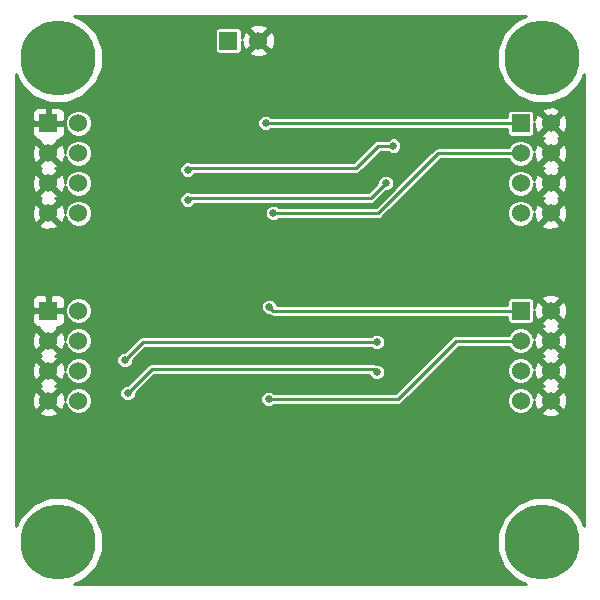
<source format=gbl>
G04 (created by PCBNEW (2013-04-19 BZR 4011)-stable) date 05/01/2015 14:14:49*
%MOIN*%
G04 Gerber Fmt 3.4, Leading zero omitted, Abs format*
%FSLAX34Y34*%
G01*
G70*
G90*
G04 APERTURE LIST*
%ADD10C,0*%
%ADD11C,0.25*%
%ADD12R,0.06X0.06*%
%ADD13C,0.06*%
%ADD14C,0.025*%
%ADD15C,0.01*%
G04 APERTURE END LIST*
G54D10*
G54D11*
X1574Y-1574D03*
X17716Y-1574D03*
X1574Y-17716D03*
X17716Y-17716D03*
G54D12*
X1250Y-3750D03*
G54D13*
X2250Y-3750D03*
X1250Y-4750D03*
X2250Y-4750D03*
X1250Y-5750D03*
X2250Y-5750D03*
X1250Y-6750D03*
X2250Y-6750D03*
G54D12*
X17000Y-3750D03*
G54D13*
X18000Y-3750D03*
X17000Y-4750D03*
X18000Y-4750D03*
X17000Y-5750D03*
X18000Y-5750D03*
X17000Y-6750D03*
X18000Y-6750D03*
G54D12*
X7250Y-1000D03*
G54D13*
X8250Y-1000D03*
G54D12*
X1250Y-10000D03*
G54D13*
X2250Y-10000D03*
X1250Y-11000D03*
X2250Y-11000D03*
X1250Y-12000D03*
X2250Y-12000D03*
X1250Y-13000D03*
X2250Y-13000D03*
G54D12*
X17000Y-10000D03*
G54D13*
X18000Y-10000D03*
X17000Y-11000D03*
X18000Y-11000D03*
X17000Y-12000D03*
X18000Y-12000D03*
X17000Y-13000D03*
X18000Y-13000D03*
G54D14*
X16200Y-9650D03*
X4200Y-13150D03*
X4200Y-9850D03*
X12100Y-11450D03*
X16000Y-13450D03*
X8500Y-2250D03*
X11250Y-2500D03*
X11250Y-9000D03*
X12000Y-5750D03*
X11250Y-4750D03*
X9750Y-4750D03*
X9750Y-5750D03*
X12000Y-5250D03*
X12200Y-12050D03*
X3900Y-12750D03*
X3800Y-11650D03*
X12200Y-11050D03*
X8500Y-3750D03*
X8625Y-9875D03*
X8750Y-6750D03*
X5900Y-6300D03*
X12500Y-5750D03*
X5900Y-5300D03*
X12750Y-4500D03*
X8600Y-12950D03*
G54D15*
X12100Y-11950D02*
X12200Y-12050D01*
X4700Y-11950D02*
X12100Y-11950D01*
X3900Y-12750D02*
X4700Y-11950D01*
X12200Y-11050D02*
X4400Y-11050D01*
X4400Y-11050D02*
X3800Y-11650D01*
X17000Y-3750D02*
X8500Y-3750D01*
X8750Y-10000D02*
X17000Y-10000D01*
X8625Y-9875D02*
X8750Y-10000D01*
X17000Y-4750D02*
X14250Y-4750D01*
X12250Y-6750D02*
X8750Y-6750D01*
X14250Y-4750D02*
X12250Y-6750D01*
X5950Y-6250D02*
X7100Y-6250D01*
X5900Y-6300D02*
X5950Y-6250D01*
X12000Y-6250D02*
X12500Y-5750D01*
X7100Y-6250D02*
X12000Y-6250D01*
X5950Y-5250D02*
X7100Y-5250D01*
X5900Y-5300D02*
X5950Y-5250D01*
X12250Y-4500D02*
X12750Y-4500D01*
X11500Y-5250D02*
X12250Y-4500D01*
X7100Y-5250D02*
X11500Y-5250D01*
X8600Y-12950D02*
X10200Y-12950D01*
X14850Y-11000D02*
X17000Y-11000D01*
X12900Y-12950D02*
X14850Y-11000D01*
X10200Y-12950D02*
X12900Y-12950D01*
G54D10*
G36*
X19121Y-17189D02*
X18988Y-16867D01*
X18567Y-16445D01*
X18554Y-16440D01*
X18554Y-13081D01*
X18554Y-12081D01*
X18554Y-11081D01*
X18554Y-10081D01*
X18554Y-6831D01*
X18554Y-5831D01*
X18554Y-4831D01*
X18554Y-3831D01*
X18543Y-3613D01*
X18481Y-3462D01*
X18385Y-3434D01*
X18315Y-3505D01*
X18315Y-3364D01*
X18287Y-3268D01*
X18081Y-3195D01*
X17863Y-3206D01*
X17712Y-3268D01*
X17684Y-3364D01*
X18000Y-3679D01*
X18315Y-3364D01*
X18315Y-3505D01*
X18070Y-3750D01*
X18385Y-4065D01*
X18481Y-4037D01*
X18554Y-3831D01*
X18554Y-4831D01*
X18543Y-4613D01*
X18481Y-4462D01*
X18385Y-4434D01*
X18315Y-4505D01*
X18315Y-4364D01*
X18287Y-4268D01*
X18239Y-4251D01*
X18287Y-4231D01*
X18315Y-4135D01*
X18000Y-3820D01*
X17929Y-3891D01*
X17929Y-3750D01*
X17614Y-3434D01*
X17518Y-3462D01*
X17450Y-3654D01*
X17450Y-3420D01*
X17427Y-3365D01*
X17385Y-3322D01*
X17329Y-3300D01*
X17270Y-3299D01*
X16670Y-3299D01*
X16615Y-3322D01*
X16572Y-3364D01*
X16550Y-3420D01*
X16549Y-3479D01*
X16549Y-3550D01*
X8804Y-3550D01*
X8804Y-1081D01*
X8793Y-863D01*
X8731Y-712D01*
X8635Y-684D01*
X8565Y-755D01*
X8565Y-614D01*
X8537Y-518D01*
X8331Y-445D01*
X8113Y-456D01*
X7962Y-518D01*
X7934Y-614D01*
X8250Y-929D01*
X8565Y-614D01*
X8565Y-755D01*
X8320Y-1000D01*
X8635Y-1315D01*
X8731Y-1287D01*
X8804Y-1081D01*
X8804Y-3550D01*
X8688Y-3550D01*
X8655Y-3517D01*
X8565Y-3479D01*
X8565Y-1385D01*
X8250Y-1070D01*
X8179Y-1141D01*
X8179Y-1000D01*
X7864Y-684D01*
X7768Y-712D01*
X7700Y-904D01*
X7700Y-670D01*
X7677Y-615D01*
X7635Y-572D01*
X7579Y-550D01*
X7520Y-549D01*
X6920Y-549D01*
X6865Y-572D01*
X6822Y-614D01*
X6800Y-670D01*
X6799Y-729D01*
X6799Y-1329D01*
X6822Y-1384D01*
X6864Y-1427D01*
X6920Y-1449D01*
X6979Y-1450D01*
X7579Y-1450D01*
X7634Y-1427D01*
X7677Y-1385D01*
X7699Y-1329D01*
X7700Y-1270D01*
X7700Y-1014D01*
X7706Y-1136D01*
X7768Y-1287D01*
X7864Y-1315D01*
X8179Y-1000D01*
X8179Y-1141D01*
X7934Y-1385D01*
X7962Y-1481D01*
X8168Y-1554D01*
X8386Y-1543D01*
X8537Y-1481D01*
X8565Y-1385D01*
X8565Y-3479D01*
X8554Y-3475D01*
X8445Y-3474D01*
X8344Y-3516D01*
X8267Y-3594D01*
X8225Y-3695D01*
X8224Y-3804D01*
X8266Y-3905D01*
X8344Y-3982D01*
X8445Y-4024D01*
X8554Y-4025D01*
X8655Y-3983D01*
X8688Y-3950D01*
X16549Y-3950D01*
X16549Y-4079D01*
X16572Y-4134D01*
X16614Y-4177D01*
X16670Y-4199D01*
X16729Y-4200D01*
X17329Y-4200D01*
X17384Y-4177D01*
X17427Y-4135D01*
X17449Y-4079D01*
X17450Y-4020D01*
X17450Y-3764D01*
X17456Y-3886D01*
X17518Y-4037D01*
X17614Y-4065D01*
X17929Y-3750D01*
X17929Y-3891D01*
X17684Y-4135D01*
X17712Y-4231D01*
X17760Y-4248D01*
X17712Y-4268D01*
X17684Y-4364D01*
X18000Y-4679D01*
X18315Y-4364D01*
X18315Y-4505D01*
X18070Y-4750D01*
X18385Y-5065D01*
X18481Y-5037D01*
X18554Y-4831D01*
X18554Y-5831D01*
X18543Y-5613D01*
X18481Y-5462D01*
X18385Y-5434D01*
X18315Y-5505D01*
X18315Y-5364D01*
X18287Y-5268D01*
X18239Y-5251D01*
X18287Y-5231D01*
X18315Y-5135D01*
X18000Y-4820D01*
X17929Y-4891D01*
X17929Y-4750D01*
X17614Y-4434D01*
X17518Y-4462D01*
X17448Y-4657D01*
X17381Y-4495D01*
X17255Y-4368D01*
X17089Y-4300D01*
X16910Y-4299D01*
X16745Y-4368D01*
X16618Y-4494D01*
X16595Y-4550D01*
X14250Y-4550D01*
X14173Y-4565D01*
X14151Y-4579D01*
X14108Y-4608D01*
X13025Y-5692D01*
X13025Y-4445D01*
X12983Y-4344D01*
X12905Y-4267D01*
X12804Y-4225D01*
X12695Y-4224D01*
X12594Y-4266D01*
X12561Y-4300D01*
X12250Y-4300D01*
X12173Y-4315D01*
X12151Y-4329D01*
X12108Y-4358D01*
X11417Y-5050D01*
X7100Y-5050D01*
X6015Y-5050D01*
X5954Y-5025D01*
X5845Y-5024D01*
X5744Y-5066D01*
X5667Y-5144D01*
X5625Y-5245D01*
X5624Y-5354D01*
X5666Y-5455D01*
X5744Y-5532D01*
X5845Y-5574D01*
X5954Y-5575D01*
X6055Y-5533D01*
X6132Y-5455D01*
X6135Y-5450D01*
X7100Y-5450D01*
X11500Y-5450D01*
X11576Y-5434D01*
X11641Y-5391D01*
X12332Y-4700D01*
X12561Y-4700D01*
X12594Y-4732D01*
X12695Y-4774D01*
X12804Y-4775D01*
X12905Y-4733D01*
X12982Y-4655D01*
X13024Y-4554D01*
X13025Y-4445D01*
X13025Y-5692D01*
X12775Y-5942D01*
X12775Y-5695D01*
X12733Y-5594D01*
X12655Y-5517D01*
X12554Y-5475D01*
X12445Y-5474D01*
X12344Y-5516D01*
X12267Y-5594D01*
X12225Y-5695D01*
X12225Y-5742D01*
X11917Y-6050D01*
X7100Y-6050D01*
X6015Y-6050D01*
X5954Y-6025D01*
X5845Y-6024D01*
X5744Y-6066D01*
X5667Y-6144D01*
X5625Y-6245D01*
X5624Y-6354D01*
X5666Y-6455D01*
X5744Y-6532D01*
X5845Y-6574D01*
X5954Y-6575D01*
X6055Y-6533D01*
X6132Y-6455D01*
X6135Y-6450D01*
X7100Y-6450D01*
X12000Y-6450D01*
X12076Y-6434D01*
X12141Y-6391D01*
X12507Y-6025D01*
X12554Y-6025D01*
X12655Y-5983D01*
X12732Y-5905D01*
X12774Y-5804D01*
X12775Y-5695D01*
X12775Y-5942D01*
X12167Y-6550D01*
X8938Y-6550D01*
X8905Y-6517D01*
X8804Y-6475D01*
X8695Y-6474D01*
X8594Y-6516D01*
X8517Y-6594D01*
X8475Y-6695D01*
X8474Y-6804D01*
X8516Y-6905D01*
X8594Y-6982D01*
X8695Y-7024D01*
X8804Y-7025D01*
X8905Y-6983D01*
X8938Y-6950D01*
X12250Y-6950D01*
X12326Y-6934D01*
X12391Y-6891D01*
X14332Y-4950D01*
X16595Y-4950D01*
X16618Y-5004D01*
X16744Y-5131D01*
X16910Y-5199D01*
X17089Y-5200D01*
X17254Y-5131D01*
X17381Y-5005D01*
X17449Y-4839D01*
X17449Y-4763D01*
X17456Y-4886D01*
X17518Y-5037D01*
X17614Y-5065D01*
X17929Y-4750D01*
X17929Y-4891D01*
X17684Y-5135D01*
X17712Y-5231D01*
X17760Y-5248D01*
X17712Y-5268D01*
X17684Y-5364D01*
X18000Y-5679D01*
X18315Y-5364D01*
X18315Y-5505D01*
X18070Y-5750D01*
X18385Y-6065D01*
X18481Y-6037D01*
X18554Y-5831D01*
X18554Y-6831D01*
X18543Y-6613D01*
X18481Y-6462D01*
X18385Y-6434D01*
X18315Y-6505D01*
X18315Y-6364D01*
X18287Y-6268D01*
X18239Y-6251D01*
X18287Y-6231D01*
X18315Y-6135D01*
X18000Y-5820D01*
X17929Y-5891D01*
X17929Y-5750D01*
X17614Y-5434D01*
X17518Y-5462D01*
X17448Y-5657D01*
X17381Y-5495D01*
X17255Y-5368D01*
X17089Y-5300D01*
X16910Y-5299D01*
X16745Y-5368D01*
X16618Y-5494D01*
X16550Y-5660D01*
X16549Y-5839D01*
X16618Y-6004D01*
X16744Y-6131D01*
X16910Y-6199D01*
X17089Y-6200D01*
X17254Y-6131D01*
X17381Y-6005D01*
X17449Y-5839D01*
X17449Y-5763D01*
X17456Y-5886D01*
X17518Y-6037D01*
X17614Y-6065D01*
X17929Y-5750D01*
X17929Y-5891D01*
X17684Y-6135D01*
X17712Y-6231D01*
X17760Y-6248D01*
X17712Y-6268D01*
X17684Y-6364D01*
X18000Y-6679D01*
X18315Y-6364D01*
X18315Y-6505D01*
X18070Y-6750D01*
X18385Y-7065D01*
X18481Y-7037D01*
X18554Y-6831D01*
X18554Y-10081D01*
X18543Y-9863D01*
X18481Y-9712D01*
X18385Y-9684D01*
X18315Y-9755D01*
X18315Y-9614D01*
X18315Y-7135D01*
X18000Y-6820D01*
X17929Y-6891D01*
X17929Y-6750D01*
X17614Y-6434D01*
X17518Y-6462D01*
X17448Y-6657D01*
X17381Y-6495D01*
X17255Y-6368D01*
X17089Y-6300D01*
X16910Y-6299D01*
X16745Y-6368D01*
X16618Y-6494D01*
X16550Y-6660D01*
X16549Y-6839D01*
X16618Y-7004D01*
X16744Y-7131D01*
X16910Y-7199D01*
X17089Y-7200D01*
X17254Y-7131D01*
X17381Y-7005D01*
X17449Y-6839D01*
X17449Y-6763D01*
X17456Y-6886D01*
X17518Y-7037D01*
X17614Y-7065D01*
X17929Y-6750D01*
X17929Y-6891D01*
X17684Y-7135D01*
X17712Y-7231D01*
X17918Y-7304D01*
X18136Y-7293D01*
X18287Y-7231D01*
X18315Y-7135D01*
X18315Y-9614D01*
X18287Y-9518D01*
X18081Y-9445D01*
X17863Y-9456D01*
X17712Y-9518D01*
X17684Y-9614D01*
X18000Y-9929D01*
X18315Y-9614D01*
X18315Y-9755D01*
X18070Y-10000D01*
X18385Y-10315D01*
X18481Y-10287D01*
X18554Y-10081D01*
X18554Y-11081D01*
X18543Y-10863D01*
X18481Y-10712D01*
X18385Y-10684D01*
X18315Y-10755D01*
X18315Y-10614D01*
X18287Y-10518D01*
X18239Y-10501D01*
X18287Y-10481D01*
X18315Y-10385D01*
X18000Y-10070D01*
X17929Y-10141D01*
X17929Y-10000D01*
X17614Y-9684D01*
X17518Y-9712D01*
X17450Y-9904D01*
X17450Y-9670D01*
X17427Y-9615D01*
X17385Y-9572D01*
X17329Y-9550D01*
X17270Y-9549D01*
X16670Y-9549D01*
X16615Y-9572D01*
X16572Y-9614D01*
X16550Y-9670D01*
X16549Y-9729D01*
X16549Y-9800D01*
X8891Y-9800D01*
X8858Y-9719D01*
X8780Y-9642D01*
X8679Y-9600D01*
X8570Y-9599D01*
X8469Y-9641D01*
X8392Y-9719D01*
X8350Y-9820D01*
X8349Y-9929D01*
X8391Y-10030D01*
X8469Y-10107D01*
X8570Y-10149D01*
X8621Y-10149D01*
X8621Y-10149D01*
X8651Y-10170D01*
X8673Y-10184D01*
X8673Y-10184D01*
X8749Y-10199D01*
X8750Y-10200D01*
X16549Y-10200D01*
X16549Y-10329D01*
X16572Y-10384D01*
X16614Y-10427D01*
X16670Y-10449D01*
X16729Y-10450D01*
X17329Y-10450D01*
X17384Y-10427D01*
X17427Y-10385D01*
X17449Y-10329D01*
X17450Y-10270D01*
X17450Y-10014D01*
X17456Y-10136D01*
X17518Y-10287D01*
X17614Y-10315D01*
X17929Y-10000D01*
X17929Y-10141D01*
X17684Y-10385D01*
X17712Y-10481D01*
X17760Y-10498D01*
X17712Y-10518D01*
X17684Y-10614D01*
X18000Y-10929D01*
X18315Y-10614D01*
X18315Y-10755D01*
X18070Y-11000D01*
X18385Y-11315D01*
X18481Y-11287D01*
X18554Y-11081D01*
X18554Y-12081D01*
X18543Y-11863D01*
X18481Y-11712D01*
X18385Y-11684D01*
X18315Y-11755D01*
X18315Y-11614D01*
X18287Y-11518D01*
X18239Y-11501D01*
X18287Y-11481D01*
X18315Y-11385D01*
X18000Y-11070D01*
X17929Y-11141D01*
X17929Y-11000D01*
X17614Y-10684D01*
X17518Y-10712D01*
X17448Y-10907D01*
X17381Y-10745D01*
X17255Y-10618D01*
X17089Y-10550D01*
X16910Y-10549D01*
X16745Y-10618D01*
X16618Y-10744D01*
X16595Y-10800D01*
X14850Y-10800D01*
X14773Y-10815D01*
X14751Y-10829D01*
X14708Y-10858D01*
X12817Y-12750D01*
X12475Y-12750D01*
X12475Y-11995D01*
X12475Y-10995D01*
X12433Y-10894D01*
X12355Y-10817D01*
X12254Y-10775D01*
X12145Y-10774D01*
X12044Y-10816D01*
X12011Y-10850D01*
X4400Y-10850D01*
X4323Y-10865D01*
X4301Y-10879D01*
X4258Y-10908D01*
X3792Y-11374D01*
X3745Y-11374D01*
X3644Y-11416D01*
X3567Y-11494D01*
X3525Y-11595D01*
X3524Y-11704D01*
X3566Y-11805D01*
X3644Y-11882D01*
X3745Y-11924D01*
X3854Y-11925D01*
X3955Y-11883D01*
X4032Y-11805D01*
X4074Y-11704D01*
X4074Y-11657D01*
X4482Y-11250D01*
X12011Y-11250D01*
X12044Y-11282D01*
X12145Y-11324D01*
X12254Y-11325D01*
X12355Y-11283D01*
X12432Y-11205D01*
X12474Y-11104D01*
X12475Y-10995D01*
X12475Y-11995D01*
X12433Y-11894D01*
X12355Y-11817D01*
X12254Y-11775D01*
X12191Y-11774D01*
X12176Y-11765D01*
X12100Y-11750D01*
X4700Y-11750D01*
X4623Y-11765D01*
X4601Y-11779D01*
X4558Y-11808D01*
X3892Y-12474D01*
X3845Y-12474D01*
X3744Y-12516D01*
X3667Y-12594D01*
X3625Y-12695D01*
X3624Y-12804D01*
X3666Y-12905D01*
X3744Y-12982D01*
X3845Y-13024D01*
X3954Y-13025D01*
X4055Y-12983D01*
X4132Y-12905D01*
X4174Y-12804D01*
X4174Y-12757D01*
X4782Y-12150D01*
X11943Y-12150D01*
X11966Y-12205D01*
X12044Y-12282D01*
X12145Y-12324D01*
X12254Y-12325D01*
X12355Y-12283D01*
X12432Y-12205D01*
X12474Y-12104D01*
X12475Y-11995D01*
X12475Y-12750D01*
X10200Y-12750D01*
X8788Y-12750D01*
X8755Y-12717D01*
X8654Y-12675D01*
X8545Y-12674D01*
X8444Y-12716D01*
X8367Y-12794D01*
X8325Y-12895D01*
X8324Y-13004D01*
X8366Y-13105D01*
X8444Y-13182D01*
X8545Y-13224D01*
X8654Y-13225D01*
X8755Y-13183D01*
X8788Y-13150D01*
X10200Y-13150D01*
X12900Y-13150D01*
X12976Y-13134D01*
X13041Y-13091D01*
X14932Y-11200D01*
X16595Y-11200D01*
X16618Y-11254D01*
X16744Y-11381D01*
X16910Y-11449D01*
X17089Y-11450D01*
X17254Y-11381D01*
X17381Y-11255D01*
X17449Y-11089D01*
X17449Y-11013D01*
X17456Y-11136D01*
X17518Y-11287D01*
X17614Y-11315D01*
X17929Y-11000D01*
X17929Y-11141D01*
X17684Y-11385D01*
X17712Y-11481D01*
X17760Y-11498D01*
X17712Y-11518D01*
X17684Y-11614D01*
X18000Y-11929D01*
X18315Y-11614D01*
X18315Y-11755D01*
X18070Y-12000D01*
X18385Y-12315D01*
X18481Y-12287D01*
X18554Y-12081D01*
X18554Y-13081D01*
X18543Y-12863D01*
X18481Y-12712D01*
X18385Y-12684D01*
X18315Y-12755D01*
X18315Y-12614D01*
X18287Y-12518D01*
X18239Y-12501D01*
X18287Y-12481D01*
X18315Y-12385D01*
X18000Y-12070D01*
X17929Y-12141D01*
X17929Y-12000D01*
X17614Y-11684D01*
X17518Y-11712D01*
X17448Y-11907D01*
X17381Y-11745D01*
X17255Y-11618D01*
X17089Y-11550D01*
X16910Y-11549D01*
X16745Y-11618D01*
X16618Y-11744D01*
X16550Y-11910D01*
X16549Y-12089D01*
X16618Y-12254D01*
X16744Y-12381D01*
X16910Y-12449D01*
X17089Y-12450D01*
X17254Y-12381D01*
X17381Y-12255D01*
X17449Y-12089D01*
X17449Y-12013D01*
X17456Y-12136D01*
X17518Y-12287D01*
X17614Y-12315D01*
X17929Y-12000D01*
X17929Y-12141D01*
X17684Y-12385D01*
X17712Y-12481D01*
X17760Y-12498D01*
X17712Y-12518D01*
X17684Y-12614D01*
X18000Y-12929D01*
X18315Y-12614D01*
X18315Y-12755D01*
X18070Y-13000D01*
X18385Y-13315D01*
X18481Y-13287D01*
X18554Y-13081D01*
X18554Y-16440D01*
X18315Y-16340D01*
X18315Y-13385D01*
X18000Y-13070D01*
X17929Y-13141D01*
X17929Y-13000D01*
X17614Y-12684D01*
X17518Y-12712D01*
X17448Y-12907D01*
X17381Y-12745D01*
X17255Y-12618D01*
X17089Y-12550D01*
X16910Y-12549D01*
X16745Y-12618D01*
X16618Y-12744D01*
X16550Y-12910D01*
X16549Y-13089D01*
X16618Y-13254D01*
X16744Y-13381D01*
X16910Y-13449D01*
X17089Y-13450D01*
X17254Y-13381D01*
X17381Y-13255D01*
X17449Y-13089D01*
X17449Y-13013D01*
X17456Y-13136D01*
X17518Y-13287D01*
X17614Y-13315D01*
X17929Y-13000D01*
X17929Y-13141D01*
X17684Y-13385D01*
X17712Y-13481D01*
X17918Y-13554D01*
X18136Y-13543D01*
X18287Y-13481D01*
X18315Y-13385D01*
X18315Y-16340D01*
X18016Y-16216D01*
X17419Y-16216D01*
X16867Y-16444D01*
X16445Y-16865D01*
X16216Y-17416D01*
X16216Y-18013D01*
X16444Y-18565D01*
X16865Y-18987D01*
X17188Y-19121D01*
X2102Y-19121D01*
X2423Y-18988D01*
X2845Y-18567D01*
X3074Y-18016D01*
X3075Y-17419D01*
X2847Y-16867D01*
X2700Y-16720D01*
X2700Y-12910D01*
X2700Y-11910D01*
X2700Y-10910D01*
X2700Y-9910D01*
X2700Y-6660D01*
X2700Y-5660D01*
X2700Y-4660D01*
X2700Y-3660D01*
X2631Y-3495D01*
X2505Y-3368D01*
X2339Y-3300D01*
X2160Y-3299D01*
X1995Y-3368D01*
X1868Y-3494D01*
X1800Y-3660D01*
X1800Y-3700D01*
X1800Y-3400D01*
X1762Y-3308D01*
X1691Y-3238D01*
X1599Y-3200D01*
X1500Y-3199D01*
X1362Y-3200D01*
X1300Y-3262D01*
X1300Y-3700D01*
X1737Y-3700D01*
X1800Y-3637D01*
X1800Y-3400D01*
X1800Y-3700D01*
X1799Y-3839D01*
X1868Y-4004D01*
X1994Y-4131D01*
X2160Y-4199D01*
X2339Y-4200D01*
X2504Y-4131D01*
X2631Y-4005D01*
X2699Y-3839D01*
X2700Y-3660D01*
X2700Y-4660D01*
X2631Y-4495D01*
X2505Y-4368D01*
X2339Y-4300D01*
X2160Y-4299D01*
X1995Y-4368D01*
X1868Y-4494D01*
X1800Y-4660D01*
X1800Y-4700D01*
X1800Y-4099D01*
X1800Y-3862D01*
X1737Y-3800D01*
X1300Y-3800D01*
X1300Y-3807D01*
X1200Y-3807D01*
X1200Y-3800D01*
X1200Y-3700D01*
X1200Y-3262D01*
X1137Y-3200D01*
X999Y-3199D01*
X900Y-3200D01*
X808Y-3238D01*
X737Y-3308D01*
X699Y-3400D01*
X700Y-3637D01*
X762Y-3700D01*
X1200Y-3700D01*
X1200Y-3800D01*
X762Y-3800D01*
X700Y-3862D01*
X699Y-4099D01*
X737Y-4191D01*
X808Y-4261D01*
X900Y-4299D01*
X953Y-4300D01*
X934Y-4364D01*
X1250Y-4679D01*
X1565Y-4364D01*
X1546Y-4300D01*
X1599Y-4299D01*
X1691Y-4261D01*
X1762Y-4191D01*
X1800Y-4099D01*
X1800Y-4700D01*
X1800Y-4736D01*
X1793Y-4613D01*
X1731Y-4462D01*
X1635Y-4434D01*
X1320Y-4750D01*
X1635Y-5065D01*
X1731Y-5037D01*
X1801Y-4842D01*
X1868Y-5004D01*
X1994Y-5131D01*
X2160Y-5199D01*
X2339Y-5200D01*
X2504Y-5131D01*
X2631Y-5005D01*
X2699Y-4839D01*
X2700Y-4660D01*
X2700Y-5660D01*
X2631Y-5495D01*
X2505Y-5368D01*
X2339Y-5300D01*
X2160Y-5299D01*
X1995Y-5368D01*
X1868Y-5494D01*
X1800Y-5660D01*
X1800Y-5736D01*
X1793Y-5613D01*
X1731Y-5462D01*
X1635Y-5434D01*
X1565Y-5505D01*
X1565Y-5364D01*
X1537Y-5268D01*
X1489Y-5251D01*
X1537Y-5231D01*
X1565Y-5135D01*
X1250Y-4820D01*
X1179Y-4891D01*
X1179Y-4750D01*
X864Y-4434D01*
X768Y-4462D01*
X695Y-4668D01*
X706Y-4886D01*
X768Y-5037D01*
X864Y-5065D01*
X1179Y-4750D01*
X1179Y-4891D01*
X934Y-5135D01*
X962Y-5231D01*
X1010Y-5248D01*
X962Y-5268D01*
X934Y-5364D01*
X1250Y-5679D01*
X1565Y-5364D01*
X1565Y-5505D01*
X1320Y-5750D01*
X1635Y-6065D01*
X1731Y-6037D01*
X1801Y-5842D01*
X1868Y-6004D01*
X1994Y-6131D01*
X2160Y-6199D01*
X2339Y-6200D01*
X2504Y-6131D01*
X2631Y-6005D01*
X2699Y-5839D01*
X2700Y-5660D01*
X2700Y-6660D01*
X2631Y-6495D01*
X2505Y-6368D01*
X2339Y-6300D01*
X2160Y-6299D01*
X1995Y-6368D01*
X1868Y-6494D01*
X1800Y-6660D01*
X1800Y-6736D01*
X1793Y-6613D01*
X1731Y-6462D01*
X1635Y-6434D01*
X1565Y-6505D01*
X1565Y-6364D01*
X1537Y-6268D01*
X1489Y-6251D01*
X1537Y-6231D01*
X1565Y-6135D01*
X1250Y-5820D01*
X1179Y-5891D01*
X1179Y-5750D01*
X864Y-5434D01*
X768Y-5462D01*
X695Y-5668D01*
X706Y-5886D01*
X768Y-6037D01*
X864Y-6065D01*
X1179Y-5750D01*
X1179Y-5891D01*
X934Y-6135D01*
X962Y-6231D01*
X1010Y-6248D01*
X962Y-6268D01*
X934Y-6364D01*
X1250Y-6679D01*
X1565Y-6364D01*
X1565Y-6505D01*
X1320Y-6750D01*
X1635Y-7065D01*
X1731Y-7037D01*
X1801Y-6842D01*
X1868Y-7004D01*
X1994Y-7131D01*
X2160Y-7199D01*
X2339Y-7200D01*
X2504Y-7131D01*
X2631Y-7005D01*
X2699Y-6839D01*
X2700Y-6660D01*
X2700Y-9910D01*
X2631Y-9745D01*
X2505Y-9618D01*
X2339Y-9550D01*
X2160Y-9549D01*
X1995Y-9618D01*
X1868Y-9744D01*
X1800Y-9910D01*
X1800Y-9950D01*
X1800Y-9650D01*
X1762Y-9558D01*
X1691Y-9488D01*
X1599Y-9450D01*
X1565Y-9450D01*
X1565Y-7135D01*
X1250Y-6820D01*
X1179Y-6891D01*
X1179Y-6750D01*
X864Y-6434D01*
X768Y-6462D01*
X695Y-6668D01*
X706Y-6886D01*
X768Y-7037D01*
X864Y-7065D01*
X1179Y-6750D01*
X1179Y-6891D01*
X934Y-7135D01*
X962Y-7231D01*
X1168Y-7304D01*
X1386Y-7293D01*
X1537Y-7231D01*
X1565Y-7135D01*
X1565Y-9450D01*
X1500Y-9449D01*
X1362Y-9450D01*
X1300Y-9512D01*
X1300Y-9950D01*
X1737Y-9950D01*
X1800Y-9887D01*
X1800Y-9650D01*
X1800Y-9950D01*
X1799Y-10089D01*
X1868Y-10254D01*
X1994Y-10381D01*
X2160Y-10449D01*
X2339Y-10450D01*
X2504Y-10381D01*
X2631Y-10255D01*
X2699Y-10089D01*
X2700Y-9910D01*
X2700Y-10910D01*
X2631Y-10745D01*
X2505Y-10618D01*
X2339Y-10550D01*
X2160Y-10549D01*
X1995Y-10618D01*
X1868Y-10744D01*
X1800Y-10910D01*
X1800Y-10950D01*
X1800Y-10349D01*
X1800Y-10112D01*
X1737Y-10050D01*
X1300Y-10050D01*
X1300Y-10057D01*
X1200Y-10057D01*
X1200Y-10050D01*
X1200Y-9950D01*
X1200Y-9512D01*
X1137Y-9450D01*
X999Y-9449D01*
X900Y-9450D01*
X808Y-9488D01*
X737Y-9558D01*
X699Y-9650D01*
X700Y-9887D01*
X762Y-9950D01*
X1200Y-9950D01*
X1200Y-10050D01*
X762Y-10050D01*
X700Y-10112D01*
X699Y-10349D01*
X737Y-10441D01*
X808Y-10511D01*
X900Y-10549D01*
X953Y-10550D01*
X934Y-10614D01*
X1250Y-10929D01*
X1565Y-10614D01*
X1546Y-10550D01*
X1599Y-10549D01*
X1691Y-10511D01*
X1762Y-10441D01*
X1800Y-10349D01*
X1800Y-10950D01*
X1800Y-10986D01*
X1793Y-10863D01*
X1731Y-10712D01*
X1635Y-10684D01*
X1320Y-11000D01*
X1635Y-11315D01*
X1731Y-11287D01*
X1801Y-11092D01*
X1868Y-11254D01*
X1994Y-11381D01*
X2160Y-11449D01*
X2339Y-11450D01*
X2504Y-11381D01*
X2631Y-11255D01*
X2699Y-11089D01*
X2700Y-10910D01*
X2700Y-11910D01*
X2631Y-11745D01*
X2505Y-11618D01*
X2339Y-11550D01*
X2160Y-11549D01*
X1995Y-11618D01*
X1868Y-11744D01*
X1800Y-11910D01*
X1800Y-11986D01*
X1793Y-11863D01*
X1731Y-11712D01*
X1635Y-11684D01*
X1565Y-11755D01*
X1565Y-11614D01*
X1537Y-11518D01*
X1489Y-11501D01*
X1537Y-11481D01*
X1565Y-11385D01*
X1250Y-11070D01*
X1179Y-11141D01*
X1179Y-11000D01*
X864Y-10684D01*
X768Y-10712D01*
X695Y-10918D01*
X706Y-11136D01*
X768Y-11287D01*
X864Y-11315D01*
X1179Y-11000D01*
X1179Y-11141D01*
X934Y-11385D01*
X962Y-11481D01*
X1010Y-11498D01*
X962Y-11518D01*
X934Y-11614D01*
X1250Y-11929D01*
X1565Y-11614D01*
X1565Y-11755D01*
X1320Y-12000D01*
X1635Y-12315D01*
X1731Y-12287D01*
X1801Y-12092D01*
X1868Y-12254D01*
X1994Y-12381D01*
X2160Y-12449D01*
X2339Y-12450D01*
X2504Y-12381D01*
X2631Y-12255D01*
X2699Y-12089D01*
X2700Y-11910D01*
X2700Y-12910D01*
X2631Y-12745D01*
X2505Y-12618D01*
X2339Y-12550D01*
X2160Y-12549D01*
X1995Y-12618D01*
X1868Y-12744D01*
X1800Y-12910D01*
X1800Y-12986D01*
X1793Y-12863D01*
X1731Y-12712D01*
X1635Y-12684D01*
X1565Y-12755D01*
X1565Y-12614D01*
X1537Y-12518D01*
X1489Y-12501D01*
X1537Y-12481D01*
X1565Y-12385D01*
X1250Y-12070D01*
X1179Y-12141D01*
X1179Y-12000D01*
X864Y-11684D01*
X768Y-11712D01*
X695Y-11918D01*
X706Y-12136D01*
X768Y-12287D01*
X864Y-12315D01*
X1179Y-12000D01*
X1179Y-12141D01*
X934Y-12385D01*
X962Y-12481D01*
X1010Y-12498D01*
X962Y-12518D01*
X934Y-12614D01*
X1250Y-12929D01*
X1565Y-12614D01*
X1565Y-12755D01*
X1320Y-13000D01*
X1635Y-13315D01*
X1731Y-13287D01*
X1801Y-13092D01*
X1868Y-13254D01*
X1994Y-13381D01*
X2160Y-13449D01*
X2339Y-13450D01*
X2504Y-13381D01*
X2631Y-13255D01*
X2699Y-13089D01*
X2700Y-12910D01*
X2700Y-16720D01*
X2425Y-16445D01*
X1874Y-16216D01*
X1565Y-16216D01*
X1565Y-13385D01*
X1250Y-13070D01*
X1179Y-13141D01*
X1179Y-13000D01*
X864Y-12684D01*
X768Y-12712D01*
X695Y-12918D01*
X706Y-13136D01*
X768Y-13287D01*
X864Y-13315D01*
X1179Y-13000D01*
X1179Y-13141D01*
X934Y-13385D01*
X962Y-13481D01*
X1168Y-13554D01*
X1386Y-13543D01*
X1537Y-13481D01*
X1565Y-13385D01*
X1565Y-16216D01*
X1277Y-16216D01*
X726Y-16444D01*
X303Y-16865D01*
X169Y-17188D01*
X169Y-2102D01*
X302Y-2423D01*
X724Y-2845D01*
X1275Y-3074D01*
X1871Y-3075D01*
X2423Y-2847D01*
X2845Y-2425D01*
X3074Y-1874D01*
X3075Y-1277D01*
X2847Y-726D01*
X2425Y-303D01*
X2102Y-169D01*
X17189Y-169D01*
X16867Y-302D01*
X16445Y-724D01*
X16216Y-1275D01*
X16216Y-1871D01*
X16444Y-2423D01*
X16865Y-2845D01*
X17416Y-3074D01*
X18013Y-3075D01*
X18565Y-2847D01*
X18987Y-2425D01*
X19121Y-2102D01*
X19121Y-17189D01*
X19121Y-17189D01*
G37*
G54D15*
X19121Y-17189D02*
X18988Y-16867D01*
X18567Y-16445D01*
X18554Y-16440D01*
X18554Y-13081D01*
X18554Y-12081D01*
X18554Y-11081D01*
X18554Y-10081D01*
X18554Y-6831D01*
X18554Y-5831D01*
X18554Y-4831D01*
X18554Y-3831D01*
X18543Y-3613D01*
X18481Y-3462D01*
X18385Y-3434D01*
X18315Y-3505D01*
X18315Y-3364D01*
X18287Y-3268D01*
X18081Y-3195D01*
X17863Y-3206D01*
X17712Y-3268D01*
X17684Y-3364D01*
X18000Y-3679D01*
X18315Y-3364D01*
X18315Y-3505D01*
X18070Y-3750D01*
X18385Y-4065D01*
X18481Y-4037D01*
X18554Y-3831D01*
X18554Y-4831D01*
X18543Y-4613D01*
X18481Y-4462D01*
X18385Y-4434D01*
X18315Y-4505D01*
X18315Y-4364D01*
X18287Y-4268D01*
X18239Y-4251D01*
X18287Y-4231D01*
X18315Y-4135D01*
X18000Y-3820D01*
X17929Y-3891D01*
X17929Y-3750D01*
X17614Y-3434D01*
X17518Y-3462D01*
X17450Y-3654D01*
X17450Y-3420D01*
X17427Y-3365D01*
X17385Y-3322D01*
X17329Y-3300D01*
X17270Y-3299D01*
X16670Y-3299D01*
X16615Y-3322D01*
X16572Y-3364D01*
X16550Y-3420D01*
X16549Y-3479D01*
X16549Y-3550D01*
X8804Y-3550D01*
X8804Y-1081D01*
X8793Y-863D01*
X8731Y-712D01*
X8635Y-684D01*
X8565Y-755D01*
X8565Y-614D01*
X8537Y-518D01*
X8331Y-445D01*
X8113Y-456D01*
X7962Y-518D01*
X7934Y-614D01*
X8250Y-929D01*
X8565Y-614D01*
X8565Y-755D01*
X8320Y-1000D01*
X8635Y-1315D01*
X8731Y-1287D01*
X8804Y-1081D01*
X8804Y-3550D01*
X8688Y-3550D01*
X8655Y-3517D01*
X8565Y-3479D01*
X8565Y-1385D01*
X8250Y-1070D01*
X8179Y-1141D01*
X8179Y-1000D01*
X7864Y-684D01*
X7768Y-712D01*
X7700Y-904D01*
X7700Y-670D01*
X7677Y-615D01*
X7635Y-572D01*
X7579Y-550D01*
X7520Y-549D01*
X6920Y-549D01*
X6865Y-572D01*
X6822Y-614D01*
X6800Y-670D01*
X6799Y-729D01*
X6799Y-1329D01*
X6822Y-1384D01*
X6864Y-1427D01*
X6920Y-1449D01*
X6979Y-1450D01*
X7579Y-1450D01*
X7634Y-1427D01*
X7677Y-1385D01*
X7699Y-1329D01*
X7700Y-1270D01*
X7700Y-1014D01*
X7706Y-1136D01*
X7768Y-1287D01*
X7864Y-1315D01*
X8179Y-1000D01*
X8179Y-1141D01*
X7934Y-1385D01*
X7962Y-1481D01*
X8168Y-1554D01*
X8386Y-1543D01*
X8537Y-1481D01*
X8565Y-1385D01*
X8565Y-3479D01*
X8554Y-3475D01*
X8445Y-3474D01*
X8344Y-3516D01*
X8267Y-3594D01*
X8225Y-3695D01*
X8224Y-3804D01*
X8266Y-3905D01*
X8344Y-3982D01*
X8445Y-4024D01*
X8554Y-4025D01*
X8655Y-3983D01*
X8688Y-3950D01*
X16549Y-3950D01*
X16549Y-4079D01*
X16572Y-4134D01*
X16614Y-4177D01*
X16670Y-4199D01*
X16729Y-4200D01*
X17329Y-4200D01*
X17384Y-4177D01*
X17427Y-4135D01*
X17449Y-4079D01*
X17450Y-4020D01*
X17450Y-3764D01*
X17456Y-3886D01*
X17518Y-4037D01*
X17614Y-4065D01*
X17929Y-3750D01*
X17929Y-3891D01*
X17684Y-4135D01*
X17712Y-4231D01*
X17760Y-4248D01*
X17712Y-4268D01*
X17684Y-4364D01*
X18000Y-4679D01*
X18315Y-4364D01*
X18315Y-4505D01*
X18070Y-4750D01*
X18385Y-5065D01*
X18481Y-5037D01*
X18554Y-4831D01*
X18554Y-5831D01*
X18543Y-5613D01*
X18481Y-5462D01*
X18385Y-5434D01*
X18315Y-5505D01*
X18315Y-5364D01*
X18287Y-5268D01*
X18239Y-5251D01*
X18287Y-5231D01*
X18315Y-5135D01*
X18000Y-4820D01*
X17929Y-4891D01*
X17929Y-4750D01*
X17614Y-4434D01*
X17518Y-4462D01*
X17448Y-4657D01*
X17381Y-4495D01*
X17255Y-4368D01*
X17089Y-4300D01*
X16910Y-4299D01*
X16745Y-4368D01*
X16618Y-4494D01*
X16595Y-4550D01*
X14250Y-4550D01*
X14173Y-4565D01*
X14151Y-4579D01*
X14108Y-4608D01*
X13025Y-5692D01*
X13025Y-4445D01*
X12983Y-4344D01*
X12905Y-4267D01*
X12804Y-4225D01*
X12695Y-4224D01*
X12594Y-4266D01*
X12561Y-4300D01*
X12250Y-4300D01*
X12173Y-4315D01*
X12151Y-4329D01*
X12108Y-4358D01*
X11417Y-5050D01*
X7100Y-5050D01*
X6015Y-5050D01*
X5954Y-5025D01*
X5845Y-5024D01*
X5744Y-5066D01*
X5667Y-5144D01*
X5625Y-5245D01*
X5624Y-5354D01*
X5666Y-5455D01*
X5744Y-5532D01*
X5845Y-5574D01*
X5954Y-5575D01*
X6055Y-5533D01*
X6132Y-5455D01*
X6135Y-5450D01*
X7100Y-5450D01*
X11500Y-5450D01*
X11576Y-5434D01*
X11641Y-5391D01*
X12332Y-4700D01*
X12561Y-4700D01*
X12594Y-4732D01*
X12695Y-4774D01*
X12804Y-4775D01*
X12905Y-4733D01*
X12982Y-4655D01*
X13024Y-4554D01*
X13025Y-4445D01*
X13025Y-5692D01*
X12775Y-5942D01*
X12775Y-5695D01*
X12733Y-5594D01*
X12655Y-5517D01*
X12554Y-5475D01*
X12445Y-5474D01*
X12344Y-5516D01*
X12267Y-5594D01*
X12225Y-5695D01*
X12225Y-5742D01*
X11917Y-6050D01*
X7100Y-6050D01*
X6015Y-6050D01*
X5954Y-6025D01*
X5845Y-6024D01*
X5744Y-6066D01*
X5667Y-6144D01*
X5625Y-6245D01*
X5624Y-6354D01*
X5666Y-6455D01*
X5744Y-6532D01*
X5845Y-6574D01*
X5954Y-6575D01*
X6055Y-6533D01*
X6132Y-6455D01*
X6135Y-6450D01*
X7100Y-6450D01*
X12000Y-6450D01*
X12076Y-6434D01*
X12141Y-6391D01*
X12507Y-6025D01*
X12554Y-6025D01*
X12655Y-5983D01*
X12732Y-5905D01*
X12774Y-5804D01*
X12775Y-5695D01*
X12775Y-5942D01*
X12167Y-6550D01*
X8938Y-6550D01*
X8905Y-6517D01*
X8804Y-6475D01*
X8695Y-6474D01*
X8594Y-6516D01*
X8517Y-6594D01*
X8475Y-6695D01*
X8474Y-6804D01*
X8516Y-6905D01*
X8594Y-6982D01*
X8695Y-7024D01*
X8804Y-7025D01*
X8905Y-6983D01*
X8938Y-6950D01*
X12250Y-6950D01*
X12326Y-6934D01*
X12391Y-6891D01*
X14332Y-4950D01*
X16595Y-4950D01*
X16618Y-5004D01*
X16744Y-5131D01*
X16910Y-5199D01*
X17089Y-5200D01*
X17254Y-5131D01*
X17381Y-5005D01*
X17449Y-4839D01*
X17449Y-4763D01*
X17456Y-4886D01*
X17518Y-5037D01*
X17614Y-5065D01*
X17929Y-4750D01*
X17929Y-4891D01*
X17684Y-5135D01*
X17712Y-5231D01*
X17760Y-5248D01*
X17712Y-5268D01*
X17684Y-5364D01*
X18000Y-5679D01*
X18315Y-5364D01*
X18315Y-5505D01*
X18070Y-5750D01*
X18385Y-6065D01*
X18481Y-6037D01*
X18554Y-5831D01*
X18554Y-6831D01*
X18543Y-6613D01*
X18481Y-6462D01*
X18385Y-6434D01*
X18315Y-6505D01*
X18315Y-6364D01*
X18287Y-6268D01*
X18239Y-6251D01*
X18287Y-6231D01*
X18315Y-6135D01*
X18000Y-5820D01*
X17929Y-5891D01*
X17929Y-5750D01*
X17614Y-5434D01*
X17518Y-5462D01*
X17448Y-5657D01*
X17381Y-5495D01*
X17255Y-5368D01*
X17089Y-5300D01*
X16910Y-5299D01*
X16745Y-5368D01*
X16618Y-5494D01*
X16550Y-5660D01*
X16549Y-5839D01*
X16618Y-6004D01*
X16744Y-6131D01*
X16910Y-6199D01*
X17089Y-6200D01*
X17254Y-6131D01*
X17381Y-6005D01*
X17449Y-5839D01*
X17449Y-5763D01*
X17456Y-5886D01*
X17518Y-6037D01*
X17614Y-6065D01*
X17929Y-5750D01*
X17929Y-5891D01*
X17684Y-6135D01*
X17712Y-6231D01*
X17760Y-6248D01*
X17712Y-6268D01*
X17684Y-6364D01*
X18000Y-6679D01*
X18315Y-6364D01*
X18315Y-6505D01*
X18070Y-6750D01*
X18385Y-7065D01*
X18481Y-7037D01*
X18554Y-6831D01*
X18554Y-10081D01*
X18543Y-9863D01*
X18481Y-9712D01*
X18385Y-9684D01*
X18315Y-9755D01*
X18315Y-9614D01*
X18315Y-7135D01*
X18000Y-6820D01*
X17929Y-6891D01*
X17929Y-6750D01*
X17614Y-6434D01*
X17518Y-6462D01*
X17448Y-6657D01*
X17381Y-6495D01*
X17255Y-6368D01*
X17089Y-6300D01*
X16910Y-6299D01*
X16745Y-6368D01*
X16618Y-6494D01*
X16550Y-6660D01*
X16549Y-6839D01*
X16618Y-7004D01*
X16744Y-7131D01*
X16910Y-7199D01*
X17089Y-7200D01*
X17254Y-7131D01*
X17381Y-7005D01*
X17449Y-6839D01*
X17449Y-6763D01*
X17456Y-6886D01*
X17518Y-7037D01*
X17614Y-7065D01*
X17929Y-6750D01*
X17929Y-6891D01*
X17684Y-7135D01*
X17712Y-7231D01*
X17918Y-7304D01*
X18136Y-7293D01*
X18287Y-7231D01*
X18315Y-7135D01*
X18315Y-9614D01*
X18287Y-9518D01*
X18081Y-9445D01*
X17863Y-9456D01*
X17712Y-9518D01*
X17684Y-9614D01*
X18000Y-9929D01*
X18315Y-9614D01*
X18315Y-9755D01*
X18070Y-10000D01*
X18385Y-10315D01*
X18481Y-10287D01*
X18554Y-10081D01*
X18554Y-11081D01*
X18543Y-10863D01*
X18481Y-10712D01*
X18385Y-10684D01*
X18315Y-10755D01*
X18315Y-10614D01*
X18287Y-10518D01*
X18239Y-10501D01*
X18287Y-10481D01*
X18315Y-10385D01*
X18000Y-10070D01*
X17929Y-10141D01*
X17929Y-10000D01*
X17614Y-9684D01*
X17518Y-9712D01*
X17450Y-9904D01*
X17450Y-9670D01*
X17427Y-9615D01*
X17385Y-9572D01*
X17329Y-9550D01*
X17270Y-9549D01*
X16670Y-9549D01*
X16615Y-9572D01*
X16572Y-9614D01*
X16550Y-9670D01*
X16549Y-9729D01*
X16549Y-9800D01*
X8891Y-9800D01*
X8858Y-9719D01*
X8780Y-9642D01*
X8679Y-9600D01*
X8570Y-9599D01*
X8469Y-9641D01*
X8392Y-9719D01*
X8350Y-9820D01*
X8349Y-9929D01*
X8391Y-10030D01*
X8469Y-10107D01*
X8570Y-10149D01*
X8621Y-10149D01*
X8621Y-10149D01*
X8651Y-10170D01*
X8673Y-10184D01*
X8673Y-10184D01*
X8749Y-10199D01*
X8750Y-10200D01*
X16549Y-10200D01*
X16549Y-10329D01*
X16572Y-10384D01*
X16614Y-10427D01*
X16670Y-10449D01*
X16729Y-10450D01*
X17329Y-10450D01*
X17384Y-10427D01*
X17427Y-10385D01*
X17449Y-10329D01*
X17450Y-10270D01*
X17450Y-10014D01*
X17456Y-10136D01*
X17518Y-10287D01*
X17614Y-10315D01*
X17929Y-10000D01*
X17929Y-10141D01*
X17684Y-10385D01*
X17712Y-10481D01*
X17760Y-10498D01*
X17712Y-10518D01*
X17684Y-10614D01*
X18000Y-10929D01*
X18315Y-10614D01*
X18315Y-10755D01*
X18070Y-11000D01*
X18385Y-11315D01*
X18481Y-11287D01*
X18554Y-11081D01*
X18554Y-12081D01*
X18543Y-11863D01*
X18481Y-11712D01*
X18385Y-11684D01*
X18315Y-11755D01*
X18315Y-11614D01*
X18287Y-11518D01*
X18239Y-11501D01*
X18287Y-11481D01*
X18315Y-11385D01*
X18000Y-11070D01*
X17929Y-11141D01*
X17929Y-11000D01*
X17614Y-10684D01*
X17518Y-10712D01*
X17448Y-10907D01*
X17381Y-10745D01*
X17255Y-10618D01*
X17089Y-10550D01*
X16910Y-10549D01*
X16745Y-10618D01*
X16618Y-10744D01*
X16595Y-10800D01*
X14850Y-10800D01*
X14773Y-10815D01*
X14751Y-10829D01*
X14708Y-10858D01*
X12817Y-12750D01*
X12475Y-12750D01*
X12475Y-11995D01*
X12475Y-10995D01*
X12433Y-10894D01*
X12355Y-10817D01*
X12254Y-10775D01*
X12145Y-10774D01*
X12044Y-10816D01*
X12011Y-10850D01*
X4400Y-10850D01*
X4323Y-10865D01*
X4301Y-10879D01*
X4258Y-10908D01*
X3792Y-11374D01*
X3745Y-11374D01*
X3644Y-11416D01*
X3567Y-11494D01*
X3525Y-11595D01*
X3524Y-11704D01*
X3566Y-11805D01*
X3644Y-11882D01*
X3745Y-11924D01*
X3854Y-11925D01*
X3955Y-11883D01*
X4032Y-11805D01*
X4074Y-11704D01*
X4074Y-11657D01*
X4482Y-11250D01*
X12011Y-11250D01*
X12044Y-11282D01*
X12145Y-11324D01*
X12254Y-11325D01*
X12355Y-11283D01*
X12432Y-11205D01*
X12474Y-11104D01*
X12475Y-10995D01*
X12475Y-11995D01*
X12433Y-11894D01*
X12355Y-11817D01*
X12254Y-11775D01*
X12191Y-11774D01*
X12176Y-11765D01*
X12100Y-11750D01*
X4700Y-11750D01*
X4623Y-11765D01*
X4601Y-11779D01*
X4558Y-11808D01*
X3892Y-12474D01*
X3845Y-12474D01*
X3744Y-12516D01*
X3667Y-12594D01*
X3625Y-12695D01*
X3624Y-12804D01*
X3666Y-12905D01*
X3744Y-12982D01*
X3845Y-13024D01*
X3954Y-13025D01*
X4055Y-12983D01*
X4132Y-12905D01*
X4174Y-12804D01*
X4174Y-12757D01*
X4782Y-12150D01*
X11943Y-12150D01*
X11966Y-12205D01*
X12044Y-12282D01*
X12145Y-12324D01*
X12254Y-12325D01*
X12355Y-12283D01*
X12432Y-12205D01*
X12474Y-12104D01*
X12475Y-11995D01*
X12475Y-12750D01*
X10200Y-12750D01*
X8788Y-12750D01*
X8755Y-12717D01*
X8654Y-12675D01*
X8545Y-12674D01*
X8444Y-12716D01*
X8367Y-12794D01*
X8325Y-12895D01*
X8324Y-13004D01*
X8366Y-13105D01*
X8444Y-13182D01*
X8545Y-13224D01*
X8654Y-13225D01*
X8755Y-13183D01*
X8788Y-13150D01*
X10200Y-13150D01*
X12900Y-13150D01*
X12976Y-13134D01*
X13041Y-13091D01*
X14932Y-11200D01*
X16595Y-11200D01*
X16618Y-11254D01*
X16744Y-11381D01*
X16910Y-11449D01*
X17089Y-11450D01*
X17254Y-11381D01*
X17381Y-11255D01*
X17449Y-11089D01*
X17449Y-11013D01*
X17456Y-11136D01*
X17518Y-11287D01*
X17614Y-11315D01*
X17929Y-11000D01*
X17929Y-11141D01*
X17684Y-11385D01*
X17712Y-11481D01*
X17760Y-11498D01*
X17712Y-11518D01*
X17684Y-11614D01*
X18000Y-11929D01*
X18315Y-11614D01*
X18315Y-11755D01*
X18070Y-12000D01*
X18385Y-12315D01*
X18481Y-12287D01*
X18554Y-12081D01*
X18554Y-13081D01*
X18543Y-12863D01*
X18481Y-12712D01*
X18385Y-12684D01*
X18315Y-12755D01*
X18315Y-12614D01*
X18287Y-12518D01*
X18239Y-12501D01*
X18287Y-12481D01*
X18315Y-12385D01*
X18000Y-12070D01*
X17929Y-12141D01*
X17929Y-12000D01*
X17614Y-11684D01*
X17518Y-11712D01*
X17448Y-11907D01*
X17381Y-11745D01*
X17255Y-11618D01*
X17089Y-11550D01*
X16910Y-11549D01*
X16745Y-11618D01*
X16618Y-11744D01*
X16550Y-11910D01*
X16549Y-12089D01*
X16618Y-12254D01*
X16744Y-12381D01*
X16910Y-12449D01*
X17089Y-12450D01*
X17254Y-12381D01*
X17381Y-12255D01*
X17449Y-12089D01*
X17449Y-12013D01*
X17456Y-12136D01*
X17518Y-12287D01*
X17614Y-12315D01*
X17929Y-12000D01*
X17929Y-12141D01*
X17684Y-12385D01*
X17712Y-12481D01*
X17760Y-12498D01*
X17712Y-12518D01*
X17684Y-12614D01*
X18000Y-12929D01*
X18315Y-12614D01*
X18315Y-12755D01*
X18070Y-13000D01*
X18385Y-13315D01*
X18481Y-13287D01*
X18554Y-13081D01*
X18554Y-16440D01*
X18315Y-16340D01*
X18315Y-13385D01*
X18000Y-13070D01*
X17929Y-13141D01*
X17929Y-13000D01*
X17614Y-12684D01*
X17518Y-12712D01*
X17448Y-12907D01*
X17381Y-12745D01*
X17255Y-12618D01*
X17089Y-12550D01*
X16910Y-12549D01*
X16745Y-12618D01*
X16618Y-12744D01*
X16550Y-12910D01*
X16549Y-13089D01*
X16618Y-13254D01*
X16744Y-13381D01*
X16910Y-13449D01*
X17089Y-13450D01*
X17254Y-13381D01*
X17381Y-13255D01*
X17449Y-13089D01*
X17449Y-13013D01*
X17456Y-13136D01*
X17518Y-13287D01*
X17614Y-13315D01*
X17929Y-13000D01*
X17929Y-13141D01*
X17684Y-13385D01*
X17712Y-13481D01*
X17918Y-13554D01*
X18136Y-13543D01*
X18287Y-13481D01*
X18315Y-13385D01*
X18315Y-16340D01*
X18016Y-16216D01*
X17419Y-16216D01*
X16867Y-16444D01*
X16445Y-16865D01*
X16216Y-17416D01*
X16216Y-18013D01*
X16444Y-18565D01*
X16865Y-18987D01*
X17188Y-19121D01*
X2102Y-19121D01*
X2423Y-18988D01*
X2845Y-18567D01*
X3074Y-18016D01*
X3075Y-17419D01*
X2847Y-16867D01*
X2700Y-16720D01*
X2700Y-12910D01*
X2700Y-11910D01*
X2700Y-10910D01*
X2700Y-9910D01*
X2700Y-6660D01*
X2700Y-5660D01*
X2700Y-4660D01*
X2700Y-3660D01*
X2631Y-3495D01*
X2505Y-3368D01*
X2339Y-3300D01*
X2160Y-3299D01*
X1995Y-3368D01*
X1868Y-3494D01*
X1800Y-3660D01*
X1800Y-3700D01*
X1800Y-3400D01*
X1762Y-3308D01*
X1691Y-3238D01*
X1599Y-3200D01*
X1500Y-3199D01*
X1362Y-3200D01*
X1300Y-3262D01*
X1300Y-3700D01*
X1737Y-3700D01*
X1800Y-3637D01*
X1800Y-3400D01*
X1800Y-3700D01*
X1799Y-3839D01*
X1868Y-4004D01*
X1994Y-4131D01*
X2160Y-4199D01*
X2339Y-4200D01*
X2504Y-4131D01*
X2631Y-4005D01*
X2699Y-3839D01*
X2700Y-3660D01*
X2700Y-4660D01*
X2631Y-4495D01*
X2505Y-4368D01*
X2339Y-4300D01*
X2160Y-4299D01*
X1995Y-4368D01*
X1868Y-4494D01*
X1800Y-4660D01*
X1800Y-4700D01*
X1800Y-4099D01*
X1800Y-3862D01*
X1737Y-3800D01*
X1300Y-3800D01*
X1300Y-3807D01*
X1200Y-3807D01*
X1200Y-3800D01*
X1200Y-3700D01*
X1200Y-3262D01*
X1137Y-3200D01*
X999Y-3199D01*
X900Y-3200D01*
X808Y-3238D01*
X737Y-3308D01*
X699Y-3400D01*
X700Y-3637D01*
X762Y-3700D01*
X1200Y-3700D01*
X1200Y-3800D01*
X762Y-3800D01*
X700Y-3862D01*
X699Y-4099D01*
X737Y-4191D01*
X808Y-4261D01*
X900Y-4299D01*
X953Y-4300D01*
X934Y-4364D01*
X1250Y-4679D01*
X1565Y-4364D01*
X1546Y-4300D01*
X1599Y-4299D01*
X1691Y-4261D01*
X1762Y-4191D01*
X1800Y-4099D01*
X1800Y-4700D01*
X1800Y-4736D01*
X1793Y-4613D01*
X1731Y-4462D01*
X1635Y-4434D01*
X1320Y-4750D01*
X1635Y-5065D01*
X1731Y-5037D01*
X1801Y-4842D01*
X1868Y-5004D01*
X1994Y-5131D01*
X2160Y-5199D01*
X2339Y-5200D01*
X2504Y-5131D01*
X2631Y-5005D01*
X2699Y-4839D01*
X2700Y-4660D01*
X2700Y-5660D01*
X2631Y-5495D01*
X2505Y-5368D01*
X2339Y-5300D01*
X2160Y-5299D01*
X1995Y-5368D01*
X1868Y-5494D01*
X1800Y-5660D01*
X1800Y-5736D01*
X1793Y-5613D01*
X1731Y-5462D01*
X1635Y-5434D01*
X1565Y-5505D01*
X1565Y-5364D01*
X1537Y-5268D01*
X1489Y-5251D01*
X1537Y-5231D01*
X1565Y-5135D01*
X1250Y-4820D01*
X1179Y-4891D01*
X1179Y-4750D01*
X864Y-4434D01*
X768Y-4462D01*
X695Y-4668D01*
X706Y-4886D01*
X768Y-5037D01*
X864Y-5065D01*
X1179Y-4750D01*
X1179Y-4891D01*
X934Y-5135D01*
X962Y-5231D01*
X1010Y-5248D01*
X962Y-5268D01*
X934Y-5364D01*
X1250Y-5679D01*
X1565Y-5364D01*
X1565Y-5505D01*
X1320Y-5750D01*
X1635Y-6065D01*
X1731Y-6037D01*
X1801Y-5842D01*
X1868Y-6004D01*
X1994Y-6131D01*
X2160Y-6199D01*
X2339Y-6200D01*
X2504Y-6131D01*
X2631Y-6005D01*
X2699Y-5839D01*
X2700Y-5660D01*
X2700Y-6660D01*
X2631Y-6495D01*
X2505Y-6368D01*
X2339Y-6300D01*
X2160Y-6299D01*
X1995Y-6368D01*
X1868Y-6494D01*
X1800Y-6660D01*
X1800Y-6736D01*
X1793Y-6613D01*
X1731Y-6462D01*
X1635Y-6434D01*
X1565Y-6505D01*
X1565Y-6364D01*
X1537Y-6268D01*
X1489Y-6251D01*
X1537Y-6231D01*
X1565Y-6135D01*
X1250Y-5820D01*
X1179Y-5891D01*
X1179Y-5750D01*
X864Y-5434D01*
X768Y-5462D01*
X695Y-5668D01*
X706Y-5886D01*
X768Y-6037D01*
X864Y-6065D01*
X1179Y-5750D01*
X1179Y-5891D01*
X934Y-6135D01*
X962Y-6231D01*
X1010Y-6248D01*
X962Y-6268D01*
X934Y-6364D01*
X1250Y-6679D01*
X1565Y-6364D01*
X1565Y-6505D01*
X1320Y-6750D01*
X1635Y-7065D01*
X1731Y-7037D01*
X1801Y-6842D01*
X1868Y-7004D01*
X1994Y-7131D01*
X2160Y-7199D01*
X2339Y-7200D01*
X2504Y-7131D01*
X2631Y-7005D01*
X2699Y-6839D01*
X2700Y-6660D01*
X2700Y-9910D01*
X2631Y-9745D01*
X2505Y-9618D01*
X2339Y-9550D01*
X2160Y-9549D01*
X1995Y-9618D01*
X1868Y-9744D01*
X1800Y-9910D01*
X1800Y-9950D01*
X1800Y-9650D01*
X1762Y-9558D01*
X1691Y-9488D01*
X1599Y-9450D01*
X1565Y-9450D01*
X1565Y-7135D01*
X1250Y-6820D01*
X1179Y-6891D01*
X1179Y-6750D01*
X864Y-6434D01*
X768Y-6462D01*
X695Y-6668D01*
X706Y-6886D01*
X768Y-7037D01*
X864Y-7065D01*
X1179Y-6750D01*
X1179Y-6891D01*
X934Y-7135D01*
X962Y-7231D01*
X1168Y-7304D01*
X1386Y-7293D01*
X1537Y-7231D01*
X1565Y-7135D01*
X1565Y-9450D01*
X1500Y-9449D01*
X1362Y-9450D01*
X1300Y-9512D01*
X1300Y-9950D01*
X1737Y-9950D01*
X1800Y-9887D01*
X1800Y-9650D01*
X1800Y-9950D01*
X1799Y-10089D01*
X1868Y-10254D01*
X1994Y-10381D01*
X2160Y-10449D01*
X2339Y-10450D01*
X2504Y-10381D01*
X2631Y-10255D01*
X2699Y-10089D01*
X2700Y-9910D01*
X2700Y-10910D01*
X2631Y-10745D01*
X2505Y-10618D01*
X2339Y-10550D01*
X2160Y-10549D01*
X1995Y-10618D01*
X1868Y-10744D01*
X1800Y-10910D01*
X1800Y-10950D01*
X1800Y-10349D01*
X1800Y-10112D01*
X1737Y-10050D01*
X1300Y-10050D01*
X1300Y-10057D01*
X1200Y-10057D01*
X1200Y-10050D01*
X1200Y-9950D01*
X1200Y-9512D01*
X1137Y-9450D01*
X999Y-9449D01*
X900Y-9450D01*
X808Y-9488D01*
X737Y-9558D01*
X699Y-9650D01*
X700Y-9887D01*
X762Y-9950D01*
X1200Y-9950D01*
X1200Y-10050D01*
X762Y-10050D01*
X700Y-10112D01*
X699Y-10349D01*
X737Y-10441D01*
X808Y-10511D01*
X900Y-10549D01*
X953Y-10550D01*
X934Y-10614D01*
X1250Y-10929D01*
X1565Y-10614D01*
X1546Y-10550D01*
X1599Y-10549D01*
X1691Y-10511D01*
X1762Y-10441D01*
X1800Y-10349D01*
X1800Y-10950D01*
X1800Y-10986D01*
X1793Y-10863D01*
X1731Y-10712D01*
X1635Y-10684D01*
X1320Y-11000D01*
X1635Y-11315D01*
X1731Y-11287D01*
X1801Y-11092D01*
X1868Y-11254D01*
X1994Y-11381D01*
X2160Y-11449D01*
X2339Y-11450D01*
X2504Y-11381D01*
X2631Y-11255D01*
X2699Y-11089D01*
X2700Y-10910D01*
X2700Y-11910D01*
X2631Y-11745D01*
X2505Y-11618D01*
X2339Y-11550D01*
X2160Y-11549D01*
X1995Y-11618D01*
X1868Y-11744D01*
X1800Y-11910D01*
X1800Y-11986D01*
X1793Y-11863D01*
X1731Y-11712D01*
X1635Y-11684D01*
X1565Y-11755D01*
X1565Y-11614D01*
X1537Y-11518D01*
X1489Y-11501D01*
X1537Y-11481D01*
X1565Y-11385D01*
X1250Y-11070D01*
X1179Y-11141D01*
X1179Y-11000D01*
X864Y-10684D01*
X768Y-10712D01*
X695Y-10918D01*
X706Y-11136D01*
X768Y-11287D01*
X864Y-11315D01*
X1179Y-11000D01*
X1179Y-11141D01*
X934Y-11385D01*
X962Y-11481D01*
X1010Y-11498D01*
X962Y-11518D01*
X934Y-11614D01*
X1250Y-11929D01*
X1565Y-11614D01*
X1565Y-11755D01*
X1320Y-12000D01*
X1635Y-12315D01*
X1731Y-12287D01*
X1801Y-12092D01*
X1868Y-12254D01*
X1994Y-12381D01*
X2160Y-12449D01*
X2339Y-12450D01*
X2504Y-12381D01*
X2631Y-12255D01*
X2699Y-12089D01*
X2700Y-11910D01*
X2700Y-12910D01*
X2631Y-12745D01*
X2505Y-12618D01*
X2339Y-12550D01*
X2160Y-12549D01*
X1995Y-12618D01*
X1868Y-12744D01*
X1800Y-12910D01*
X1800Y-12986D01*
X1793Y-12863D01*
X1731Y-12712D01*
X1635Y-12684D01*
X1565Y-12755D01*
X1565Y-12614D01*
X1537Y-12518D01*
X1489Y-12501D01*
X1537Y-12481D01*
X1565Y-12385D01*
X1250Y-12070D01*
X1179Y-12141D01*
X1179Y-12000D01*
X864Y-11684D01*
X768Y-11712D01*
X695Y-11918D01*
X706Y-12136D01*
X768Y-12287D01*
X864Y-12315D01*
X1179Y-12000D01*
X1179Y-12141D01*
X934Y-12385D01*
X962Y-12481D01*
X1010Y-12498D01*
X962Y-12518D01*
X934Y-12614D01*
X1250Y-12929D01*
X1565Y-12614D01*
X1565Y-12755D01*
X1320Y-13000D01*
X1635Y-13315D01*
X1731Y-13287D01*
X1801Y-13092D01*
X1868Y-13254D01*
X1994Y-13381D01*
X2160Y-13449D01*
X2339Y-13450D01*
X2504Y-13381D01*
X2631Y-13255D01*
X2699Y-13089D01*
X2700Y-12910D01*
X2700Y-16720D01*
X2425Y-16445D01*
X1874Y-16216D01*
X1565Y-16216D01*
X1565Y-13385D01*
X1250Y-13070D01*
X1179Y-13141D01*
X1179Y-13000D01*
X864Y-12684D01*
X768Y-12712D01*
X695Y-12918D01*
X706Y-13136D01*
X768Y-13287D01*
X864Y-13315D01*
X1179Y-13000D01*
X1179Y-13141D01*
X934Y-13385D01*
X962Y-13481D01*
X1168Y-13554D01*
X1386Y-13543D01*
X1537Y-13481D01*
X1565Y-13385D01*
X1565Y-16216D01*
X1277Y-16216D01*
X726Y-16444D01*
X303Y-16865D01*
X169Y-17188D01*
X169Y-2102D01*
X302Y-2423D01*
X724Y-2845D01*
X1275Y-3074D01*
X1871Y-3075D01*
X2423Y-2847D01*
X2845Y-2425D01*
X3074Y-1874D01*
X3075Y-1277D01*
X2847Y-726D01*
X2425Y-303D01*
X2102Y-169D01*
X17189Y-169D01*
X16867Y-302D01*
X16445Y-724D01*
X16216Y-1275D01*
X16216Y-1871D01*
X16444Y-2423D01*
X16865Y-2845D01*
X17416Y-3074D01*
X18013Y-3075D01*
X18565Y-2847D01*
X18987Y-2425D01*
X19121Y-2102D01*
X19121Y-17189D01*
M02*

</source>
